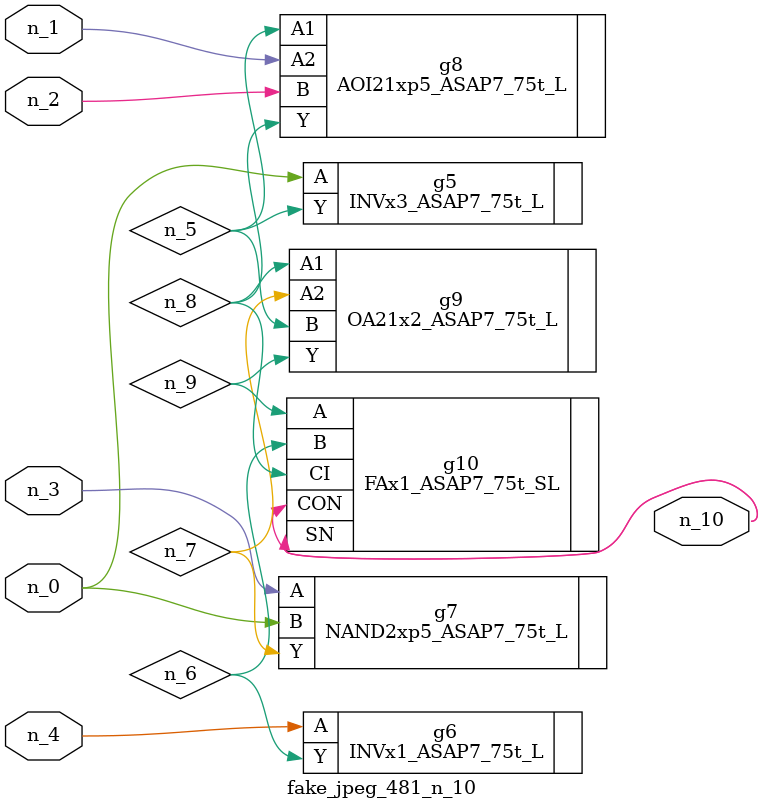
<source format=v>
module fake_jpeg_481_n_10 (n_3, n_2, n_1, n_0, n_4, n_10);

input n_3;
input n_2;
input n_1;
input n_0;
input n_4;

output n_10;

wire n_8;
wire n_9;
wire n_6;
wire n_5;
wire n_7;

INVx3_ASAP7_75t_L g5 ( 
.A(n_0),
.Y(n_5)
);

INVx1_ASAP7_75t_L g6 ( 
.A(n_4),
.Y(n_6)
);

NAND2xp5_ASAP7_75t_L g7 ( 
.A(n_3),
.B(n_0),
.Y(n_7)
);

AOI21xp5_ASAP7_75t_L g8 ( 
.A1(n_5),
.A2(n_1),
.B(n_2),
.Y(n_8)
);

OA21x2_ASAP7_75t_L g9 ( 
.A1(n_8),
.A2(n_7),
.B(n_5),
.Y(n_9)
);

FAx1_ASAP7_75t_SL g10 ( 
.A(n_9),
.B(n_6),
.CI(n_8),
.CON(n_10),
.SN(n_10)
);


endmodule
</source>
